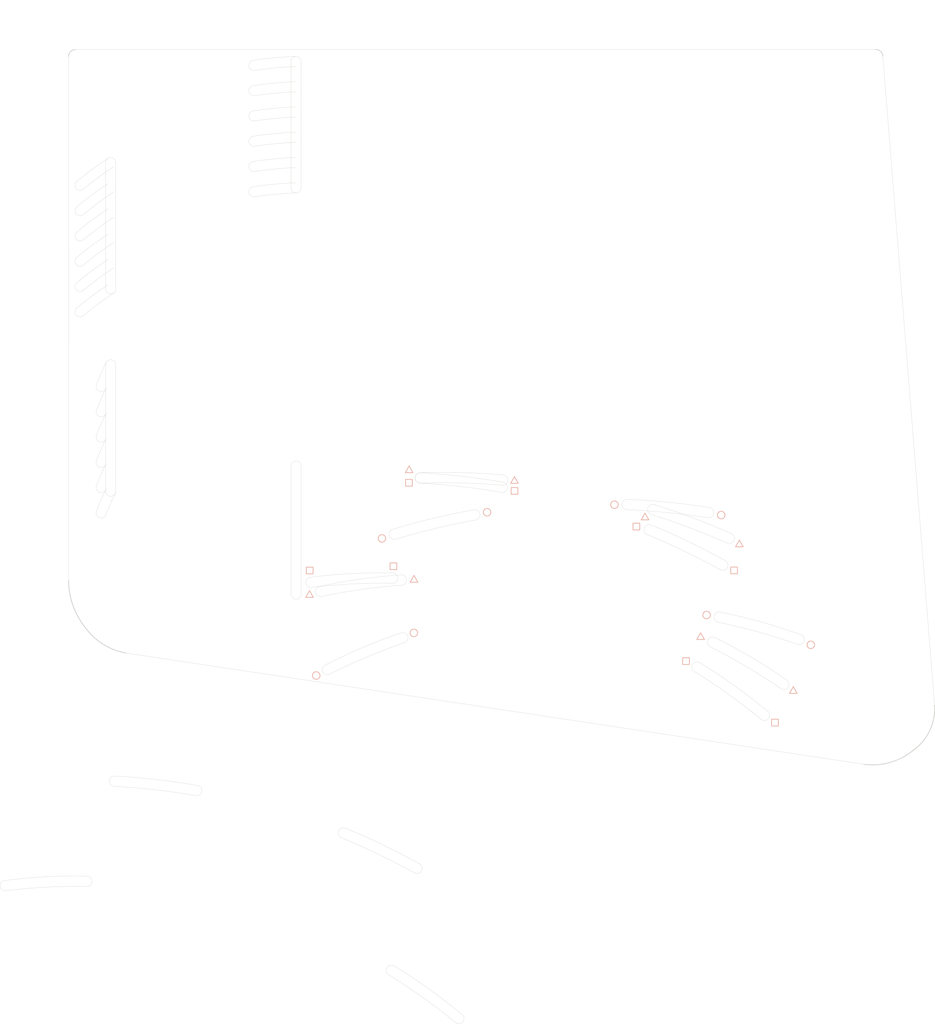
<source format=kicad_pcb>
(kicad_pcb (version 20210228) (generator pcbnew)
  (title_block (rev "1") (company "@e3w2q"))
  (layers (0 "F.Cu" signal) (31 "B.Cu" signal) (34 "B.Paste" user) (35 "F.Paste" user) (36 "B.SilkS" user "B.Silkscreen") (37 "F.SilkS" user "F.Silkscreen") (38 "B.Mask" user) (39 "F.Mask" user) (44 "Edge.Cuts" user))
  (net 0 "")
  (footprint "#footprint:M2_Hole" (layer "F.Cu") (at 123.825 25.0031)
    (fp_text reference "H5" hide)
    (fp_text value "MountingHole" hide)
    (pad "" np_thru_hole circle (at 0 0) (size 1.9 1.9) (drill 1.9) (layers F&B.Cu *.Mask))
  )
  (footprint "#footprint:M2_Hole" (layer "F.Cu") (at 207.9625 27.3844)
    (fp_text reference "H1" hide)
    (fp_text value "MountingHole" hide)
    (pad "" np_thru_hole circle (at 0 0) (size 1.9 1.9) (drill 1.9) (layers F&B.Cu *.Mask))
  )
  (footprint "#footprint:M2_Hole" (layer "F.Cu") (at 161.925 65.4844)
    (fp_text reference "H3" hide)
    (fp_text value "MountingHole" hide)
    (pad "" np_thru_hole circle (at 0 0) (size 1.9 1.9) (drill 1.9) (layers F&B.Cu *.Mask))
  )
  (footprint "#footprint:M2_Hole" (layer "F.Cu") (at 161.925 27.3844)
    (fp_text reference "H6" hide)
    (fp_text value "MountingHole" hide)
    (pad "" np_thru_hole circle (at 0 0) (size 1.9 1.9) (drill 1.9) (layers F&B.Cu *.Mask))
  )
  (footprint "#footprint:M2_Hole" (layer "F.Cu") (at 207.9625 57.9437)
    (fp_text reference "H2" hide)
    (fp_text value "MountingHole" hide)
    (pad "" np_thru_hole circle (at 0 0) (size 1.9 1.9) (drill 1.9) (layers F&B.Cu *.Mask))
  )
  (footprint "#footprint:M2_Hole" (layer "F.Cu") (at 123.825 63.1031)
    (fp_text reference "H4" hide)
    (fp_text value "MountingHole" hide)
    (pad "" np_thru_hole circle (at 0 0) (size 1.9 1.9) (drill 1.9) (layers F&B.Cu *.Mask))
  )
  (gr_line (start 177.125313 113.665) (end 178.554063 113.665) (layer "B.SilkS") (width 0.15))
  (gr_line (start 166.647813 91.1225) (end 168.076563 91.1225) (layer "B.SilkS") (width 0.15))
  (gr_line (start 122.912188 80.9625) (end 122.197813 82.2325) (layer "B.SilkS") (width 0.15))
  (gr_rect (start 183.515 100.0125) (end 184.785 101.2825) (layer "B.SilkS") (width 0.15) (fill none))
  (gr_line (start 195.302188 122.555) (end 194.587813 123.825) (layer "B.SilkS") (width 0.15))
  (gr_line (start 142.756518 82.978938) (end 142.042143 84.248938) (layer "B.SilkS") (width 0.15))
  (gr_line (start 185.142188 94.9325) (end 184.427813 96.2025) (layer "B.SilkS") (width 0.15))
  (gr_line (start 124.539375 102.87) (end 123.825 101.6) (layer "B.SilkS") (width 0.15))
  (gr_rect (start 174.458572 117.093259) (end 175.728572 118.363259) (layer "B.SilkS") (width 0.15) (fill none))
  (gr_line (start 122.197813 82.2325) (end 123.626563 82.2325) (layer "B.SilkS") (width 0.15))
  (gr_circle (center 123.808677 112.419442) (end 124.518629 112.419442) (layer "B.SilkS") (width 0.15) (fill none))
  (gr_rect (start 165.1 91.7575) (end 166.37 93.0275) (layer "B.SilkS") (width 0.15) (fill none))
  (gr_rect (start 119.317445 99.230929) (end 120.587445 100.500929) (layer "B.SilkS") (width 0.15) (fill none))
  (gr_line (start 184.427813 96.2025) (end 185.856563 96.2025) (layer "B.SilkS") (width 0.15))
  (gr_rect (start 142.131377 85.03573) (end 143.401377 86.30573) (layer "B.SilkS") (width 0.15) (fill none))
  (gr_line (start 168.076563 91.1225) (end 167.362188 89.8525) (layer "B.SilkS") (width 0.15))
  (gr_line (start 123.626563 82.2325) (end 122.912188 80.9625) (layer "B.SilkS") (width 0.15))
  (gr_line (start 143.470893 84.248938) (end 142.756518 82.978938) (layer "B.SilkS") (width 0.15))
  (gr_rect (start 122.237582 83.507885) (end 123.507582 84.777885) (layer "B.SilkS") (width 0.15) (fill none))
  (gr_circle (center 117.7925 94.615) (end 118.502452 94.615) (layer "B.SilkS") (width 0.15) (fill none))
  (gr_line (start 104.14 104.4575) (end 103.425625 105.7275) (layer "B.SilkS") (width 0.15))
  (gr_circle (center 181.715805 90.21615) (end 182.425757 90.21615) (layer "B.SilkS") (width 0.15) (fill none))
  (gr_circle (center 178.97221 109.04909) (end 179.682162 109.04909) (layer "B.SilkS") (width 0.15) (fill none))
  (gr_line (start 167.362188 89.8525) (end 166.647813 91.1225) (layer "B.SilkS") (width 0.15))
  (gr_line (start 178.554063 113.665) (end 177.839688 112.395) (layer "B.SilkS") (width 0.15))
  (gr_rect (start 191.217564 128.676777) (end 192.487564 129.946777) (layer "B.SilkS") (width 0.15) (fill none))
  (gr_circle (center 161.6075 88.265) (end 162.317452 88.265) (layer "B.SilkS") (width 0.15) (fill none))
  (gr_circle (center 105.402003 120.446384) (end 106.111955 120.446384) (layer "B.SilkS") (width 0.15) (fill none))
  (gr_circle (center 137.599586 89.689813) (end 138.309538 89.689813) (layer "B.SilkS") (width 0.15) (fill none))
  (gr_line (start 123.825 101.6) (end 123.110625 102.87) (layer "B.SilkS") (width 0.15))
  (gr_line (start 196.016563 123.825) (end 195.302188 122.555) (layer "B.SilkS") (width 0.15))
  (gr_line (start 123.110625 102.87) (end 124.539375 102.87) (layer "B.SilkS") (width 0.15))
  (gr_circle (center 198.607089 114.666033) (end 199.317041 114.666033) (layer "B.SilkS") (width 0.15) (fill none))
  (gr_line (start 177.839688 112.395) (end 177.125313 113.665) (layer "B.SilkS") (width 0.15))
  (gr_line (start 185.856563 96.2025) (end 185.142188 94.9325) (layer "B.SilkS") (width 0.15))
  (gr_rect (start 103.537232 100.028657) (end 104.807232 101.298657) (layer "B.SilkS") (width 0.15) (fill none))
  (gr_line (start 142.042143 84.248938) (end 143.470893 84.248938) (layer "B.SilkS") (width 0.15))
  (gr_line (start 194.587813 123.825) (end 196.016563 123.825) (layer "B.SilkS") (width 0.15))
  (gr_line (start 103.425625 105.7275) (end 104.854375 105.7275) (layer "B.SilkS") (width 0.15))
  (gr_line (start 104.854375 105.7275) (end 104.14 104.4575) (layer "B.SilkS") (width 0.15))
  (gr_arc (start 115.721304 218.187869) (end 189.274407 128.712934) (angle -7.66672271) (layer "Edge.Cuts") (width 0.05))
  (gr_arc (start 104.775 95.25) (end 101.538896 18.098666) (angle -5.979649167) (layer "Edge.Cuts") (width 0.05))
  (gr_arc (start 101.6 4.7625) (end 102.5525 4.7625) (angle -180) (layer "Edge.Cuts") (width 0.05))
  (gr_line (start 65.7225 23.8125) (end 65.7225 47.625) (layer "Edge.Cuts") (width 0.05))
  (gr_arc (start 117.82007 215.265847) (end 140.632303 84.034171) (angle -6.751098225) (layer "Edge.Cuts") (width 0.05))
  (gr_line (start 100.6475 4.7625) (end 100.6475 28.575) (layer "Edge.Cuts") (width 0.05))
  (gr_line (start 58.7375 3.81) (end 58.733747 102.5525) (layer "Edge.Cuts") (width 0.05))
  (gr_arc (start 104.402404 102.901946) (end 104.28 101.95) (angle -176.1132951) (layer "Edge.Cuts") (width 0.05))
  (gr_arc (start 104.775 85.725) (end 65.819675 66.260324) (angle -5.993723408) (layer "Edge.Cuts") (width 0.05))
  (gr_arc (start 127.126451 221.497996) (end 182.783027 95.478511) (angle -6.342811818) (layer "Edge.Cuts") (width 0.05))
  (gr_arc (start 154.656762 210.450325) (end 121.349171 112.42008) (angle -8.598049957) (layer "Edge.Cuts") (width 0.05))
  (gr_arc (start 64.892668 80.283482) (end 64.001858 79.931326) (angle -163.8138365) (layer "Edge.Cuts") (width 0.05))
  (gr_arc (start 168.835777 89.178417) (end 169.110349 88.242628) (angle -177.4650155) (layer "Edge.Cuts") (width 0.05))
  (gr_arc (start 63.005239 268.336179) (end 132.9025 184.3275) (angle -8.269698177) (layer "Edge.Cuts") (width 0.05))
  (gr_arc (start 129.341889 214.824592) (end 121.483776 103.441394) (angle -7.852070538) (layer "Edge.Cuts") (width 0.05))
  (gr_arc (start 104.775 90.4875) (end 101.693263 15.238833) (angle -6.035535618) (layer "Edge.Cuts") (width 0.05))
  (gr_arc (start 104.775 90.4875) (end 101.513047 13.336523) (angle -5.960100374) (layer "Edge.Cuts") (width 0.05))
  (gr_line (start 102.5525 80.9625) (end 102.574209 81.306749) (layer "Edge.Cuts") (width 0.05))
  (gr_line (start 208.5975 137.16) (end 69.5325 116.205) (layer "Edge.Cuts") (width 0.05))
  (gr_arc (start 183.240278 94.617117) (end 182.783027 95.478511) (angle -177.2370691) (layer "Edge.Cuts") (width 0.05))
  (gr_arc (start 104.775 95.25) (end 67.199207 38.896965) (angle -5.99020991) (layer "Edge.Cuts") (width 0.05))
  (gr_arc (start 71.630719 104.370598) (end 61.9125 111.4425) (angle -43.90283148) (layer "Edge.Cuts") (width 0.15))
  (gr_arc (start 62.173583 159.213168) (end 62.1225 160.1875) (angle -183.0647965) (layer "Edge.Cuts") (width 0.05))
  (gr_arc (start 101.6 80.9625) (end 102.5525 80.9625) (angle -180) (layer "Edge.Cuts") (width 0.05))
  (gr_arc (start 104.775 90.4875) (end 67.186343 34.147329) (angle -6.022817538) (layer "Edge.Cuts") (width 0.05))
  (gr_arc (start 157.239599 214.853769) (end 135.419681 91.156699) (angle -7.039742293) (layer "Edge.Cuts") (width 0.05))
  (gr_arc (start 60.21257 272.383347) (end 83.024803 141.151671) (angle -6.751098225) (layer "Edge.Cuts") (width 0.05))
  (gr_arc (start 105.617756 101.275676) (end 67.186343 43.672329) (angle -5.941605596) (layer "Edge.Cuts") (width 0.05))
  (gr_arc (start 118.379163 214.100426) (end 182.59 98.87) (angle -6.797450167) (layer "Edge.Cuts") (width 0.05))
  (gr_arc (start 60.913572 37.632346) (end 60.286715 36.908897) (angle -175.5464086) (layer "Edge.Cuts") (width 0.05))
  (gr_arc (start 124.999806 83.224912) (end 124.967039 82.249546) (angle -180.436406) (layer "Edge.Cuts") (width 0.05))
  (gr_arc (start 104.775 90.4875) (end 65.828333 70.996721) (angle -6.018528017) (layer "Edge.Cuts") (width 0.05))
  (gr_arc (start 157.974828 226.843072) (end 179.118709 90.712615) (angle -6.342811818) (layer "Edge.Cuts") (width 0.05))
  (gr_arc (start 106.199859 104.609867) (end 105.994953 103.672212) (angle -176.1132951) (layer "Edge.Cuts") (width 0.05))
  (gr_arc (start 210.885804 3.83097) (end 212.177903 3.773363) (angle -90.94672177) (layer "Edge.Cuts") (width 0.15))
  (gr_arc (start 101.6 28.575) (end 100.6475 28.575) (angle -180) (layer "Edge.Cuts") (width 0.05))
  (gr_arc (start 58.113804 275.305369) (end 131.666907 185.830434) (angle -7.66672271) (layer "Edge.Cuts") (width 0.05))
  (gr_arc (start 119.56701 175.973039) (end 120.0925 175.1475) (angle -182.1255351) (layer "Edge.Cuts") (width 0.05))
  (gr_arc (start 46.794904 160.019446) (end 46.6725 159.0675) (angle -176.1132951) (layer "Edge.Cuts") (width 0.05))
  (gr_arc (start 124.413087 156.779236) (end 123.8825 157.5975) (angle -177.2370691) (layer "Edge.Cuts") (width 0.05))
  (gr_arc (start 110.537413 150.105797) (end 110.8925 149.1975) (angle -177.4650155) (layer "Edge.Cuts") (width 0.05))
  (gr_arc (start 135.274104 90.192371) (end 135.419681 91.156699) (angle -181.6854553) (layer "Edge.Cuts") (width 0.05))
  (gr_arc (start 104.775 80.9625) (end 65.823122 61.481223) (angle -6.015286516) (layer "Edge.Cuts") (width 0.05))
  (gr_arc (start 177.17451 118.855539) (end 177.7 118.03) (angle -182.1255351) (layer "Edge.Cuts") (width 0.05))
  (gr_arc (start 60.864085 266.768931) (end 82.66696 143.068855) (angle -7.039742293) (layer "Edge.Cuts") (width 0.05))
  (gr_arc (start 82.859982 142.112894) (end 82.66696 143.068855) (angle -181.6854553) (layer "Edge.Cuts") (width 0.05))
  (gr_arc (start 104.775 85.725) (end 66.153537 27.783393) (angle -6.029063969) (layer "Edge.Cuts") (width 0.05))
  (gr_arc (start 193.537251 122.115444) (end 192.998474 122.925554) (angle -178.4043726) (layer "Edge.Cuts") (width 0.05))
  (gr_arc (start 129.519333 209.726928) (end 140.458069 84.597323) (angle -7.039742293) (layer "Edge.Cuts") (width 0.05))
  (gr_arc (start 129.359626 215.376763) (end 140.647457 82.656246) (angle -6.751098225) (layer "Edge.Cuts") (width 0.05))
  (gr_arc (start 180.085492 114.160245) (end 180.537032 113.292048) (angle -182.1255351) (layer "Edge.Cuts") (width 0.05))
  (gr_arc (start 104.775 95.25) (end 66.150856 37.30451) (angle -6.022762496) (layer "Edge.Cuts") (width 0.05))
  (gr_arc (start 104.775 104.782858) (end 67.23291 48.394451) (angle -6.146591726) (layer "Edge.Cuts") (width 0.05))
  (gr_arc (start 158.674396 219.066068) (end 179.601719 88.823487) (angle -6.797450167) (layer "Edge.Cuts") (width 0.05))
  (gr_line (start 102.574209 81.306749) (end 102.574209 105.119249) (layer "Edge.Cuts") (width 0.05))
  (gr_arc (start 182.020587 99.661736) (end 181.49 100.48) (angle -177.2370691) (layer "Edge.Cuts") (width 0.05))
  (gr_arc (start 104.775 95.25) (end 101.636447 20.004549) (angle -5.996357973) (layer "Edge.Cuts") (width 0.05))
  (gr_arc (start 196.400638 113.658518) (end 196.089891 114.58047) (angle -178.4043726) (layer "Edge.Cuts") (width 0.05))
  (gr_arc (start 67.387133 140.35439) (end 67.4395 139.37988) (angle -180.436406) (layer "Edge.Cuts") (width 0.05))
  (gr_arc (start 104.775 104.775) (end 101.526627 27.624024) (angle -5.979155321) (layer "Edge.Cuts") (width 0.05))
  (gr_arc (start 64.889808 70.766402) (end 64.000138 70.434427) (angle -163.4404467) (layer "Edge.Cuts") (width 0.05))
  (gr_line (start 100.6475 80.9625) (end 100.6475 104.775) (layer "Edge.Cuts") (width 0.05))
  (gr_arc (start 140.467482 84.995394) (end 140.27446 85.951355) (angle -181.6854553) (layer "Edge.Cuts") (width 0.05))
  (gr_arc (start 120.13294 93.831944) (end 119.848845 92.898294) (angle -180.436406) (layer "Edge.Cuts") (width 0.05))
  (gr_arc (start 104.775 80.9625) (end 66.144961 23.016511) (angle -6.016319027) (layer "Edge.Cuts") (width 0.05))
  (gr_arc (start 104.775 104.775) (end 66.131496 46.840898) (angle -6.009763429) (layer "Edge.Cuts") (width 0.05))
  (gr_arc (start 127.523517 218.470585) (end 192.998474 122.925554) (angle -7.66672271) (layer "Edge.Cuts") (width 0.05))
  (gr_arc (start 60.909261 32.87579) (end 60.281386 32.160409) (angle -177.7585352) (layer "Edge.Cuts") (width 0.05))
  (gr_arc (start 104.775 95.25) (end 65.824845 75.756507) (angle -5.995267258) (layer "Edge.Cuts") (width 0.05))
  (gr_arc (start 117.55058 204.630164) (end 119.78 101.12) (angle -8.598049957) (layer "Edge.Cuts") (width 0.05))
  (gr_arc (start 115.061892 221.169153) (end 181.49 100.48) (angle -6.342811818) (layer "Edge.Cuts") (width 0.05))
  (gr_arc (start 117.850526 214.714231) (end 119.73 103.07) (angle -7.852070538) (layer "Edge.Cuts") (width 0.05))
  (gr_arc (start 60.007499 3.81) (end 60.0075 2.54) (angle -90) (layer "Edge.Cuts") (width 0.15))
  (gr_arc (start 60.771663 271.217926) (end 124.9825 155.9875) (angle -6.797450167) (layer "Edge.Cuts") (width 0.05))
  (gr_arc (start 104.744468 99.280248) (end 101.637757 24.757401) (angle -6.050487349) (layer "Edge.Cuts") (width 0.05))
  (gr_arc (start 104.775 104.775) (end 67.505514 86.186066) (angle -6.022493696) (layer "Edge.Cuts") (width 0.05))
  (gr_line (start 67.6275 61.9125) (end 67.6275 85.725) (layer "Edge.Cuts") (width 0.05))
  (gr_arc (start 60.909774 42.396397) (end 60.284203 41.676935) (angle -179.06026) (layer "Edge.Cuts") (width 0.05))
  (gr_arc (start 104.775 80.9625) (end 101.68433 5.717765) (angle -6.029827757) (layer "Edge.Cuts") (width 0.05))
  (gr_arc (start 60.909457 47.159763) (end 60.289048 46.434202) (angle -172.5105186) (layer "Edge.Cuts") (width 0.05))
  (gr_arc (start 104.775 80.9625) (end 101.551085 3.81) (angle -5.989827654) (layer "Edge.Cuts") (width 0.05))
  (gr_arc (start 121.683887 113.336538) (end 121.969126 114.269581) (angle -183.0647965) (layer "Edge.Cuts") (width 0.05))
  (gr_arc (start 93.648931 15.037608) (end 93.519641 14.092275) (angle -181.2191407) (layer "Edge.Cuts") (width 0.05))
  (gr_arc (start 120.612739 211.218679) (end 190.51 127.21) (angle -8.269698177) (layer "Edge.Cuts") (width 0.05))
  (gr_arc (start 57.454392 278.286653) (end 123.8825 157.5975) (angle -6.342811818) (layer "Edge.Cuts") (width 0.05))
  (gr_line (start 210.806856 2.54) (end 60.0075 2.54) (layer "Edge.Cuts") (width 0.05))
  (gr_arc (start 104.775 85.725) (end 67.201822 29.371966) (angle -6.009323319) (layer "Edge.Cuts") (width 0.05))
  (gr_arc (start 104.775 85.725) (end 101.532344 8.570212) (angle -5.975853604) (layer "Edge.Cuts") (width 0.05))
  (gr_arc (start 189.881739 127.952864) (end 189.274407 128.712934) (angle -178.4043726) (layer "Edge.Cuts") (width 0.05))
  (gr_arc (start 101.621709 105.119249) (end 100.669209 105.119249) (angle -180) (layer "Edge.Cuts") (width 0.05))
  (gr_arc (start 157.574812 223.816049) (end 196.089891 114.58047) (angle -7.66672271) (layer "Edge.Cuts") (width 0.05))
  (gr_arc (start 93.648198 24.559925) (end 93.52173 23.616107) (angle -181.5409064) (layer "Edge.Cuts") (width 0.05))
  (gr_arc (start 179.337435 89.762227) (end 179.118709 90.712615) (angle -177.2370691) (layer "Edge.Cuts") (width 0.05))
  (gr_arc (start 60.911842 51.922152) (end 60.278298 51.205194) (angle -169.9869939) (layer "Edge.Cuts") (width 0.05))
  (gr_arc (start 124.994633 83.23689) (end 125.047 82.26238) (angle -180.436406) (layer "Edge.Cuts") (width 0.05))
  (gr_arc (start 93.651098 10.272167) (end 93.517432 9.327073) (angle -180.276669) (layer "Edge.Cuts") (width 0.05))
  (gr_line (start 67.6275 23.8125) (end 67.6275 47.625) (layer "Edge.Cuts") (width 0.05))
  (gr_arc (start 131.788934 211.101599) (end 194.098376 121.32065) (angle -8.269698177) (layer "Edge.Cuts") (width 0.05))
  (gr_arc (start 66.675 47.625) (end 65.7225 47.625) (angle -180) (layer "Edge.Cuts") (width 0.05))
  (gr_arc (start 64.893233 85.051498) (end 64.007029 84.693866) (angle -165.4721694) (layer "Edge.Cuts") (width 0.05))
  (gr_arc (start 60.909567 28.107932) (end 60.284314 27.384554) (angle -178.4740068) (layer "Edge.Cuts") (width 0.05))
  (gr_arc (start 158.387573 219.823661) (end 121.969126 114.269581) (angle -7.852070538) (layer "Edge.Cuts") (width 0.05))
  (gr_arc (start 66.675 23.8125) (end 67.6275 23.8125) (angle -180) (layer "Edge.Cuts") (width 0.05))
  (gr_arc (start 104.775 100.0125) (end 66.141745 42.071965) (angle -6.008446333) (layer "Edge.Cuts") (width 0.05))
  (gr_arc (start 104.775 90.4875) (end 66.14436 32.543149) (angle -6.013294936) (layer "Edge.Cuts") (width 0.05))
  (gr_arc (start 64.892038 66.001825) (end 63.996076 65.670403) (angle -163.803946) (layer "Edge.Cuts") (width 0.05))
  (gr_arc (start 104.775 104.775) (end 65.842289 85.267939) (angle -6.028680181) (layer "Edge.Cuts") (width 0.05))
  (gr_arc (start 181.34828 109.455957) (end 181.559727 108.500476) (angle -182.1255351) (layer "Edge.Cuts") (width 0.05))
  (gr_arc (start 104.775 80.9625) (end 67.23101 24.590527) (angle -6.031732194) (layer "Edge.Cuts") (width 0.05))
  (gr_arc (start 159.787656 215.594183) (end 196.736936 112.745576) (angle -8.269698177) (layer "Edge.Cuts") (width 0.05))
  (gr_arc (start 93.654291 5.513656) (end 93.517677 4.567642) (angle -180.3849007) (layer "Edge.Cuts") (width 0.05))
  (gr_arc (start 158.547618 220.352426) (end 135.100228 89.232745) (angle -6.751098225) (layer "Edge.Cuts") (width 0.05))
  (gr_line (start 221.9325 126.0475) (end 212.177903 3.773363) (layer "Edge.Cuts") (width 0.05))
  (gr_arc (start 132.274239 185.070364) (end 131.666907 185.830434) (angle -178.4043726) (layer "Edge.Cuts") (width 0.05))
  (gr_arc (start 64.890075 89.819433) (end 64.008855 89.464781) (angle -178.3747344) (layer "Edge.Cuts") (width 0.05))
  (gr_line (start 65.7225 61.9125) (end 65.7225 85.725) (layer "Edge.Cuts") (width 0.05))
  (gr_arc (start 128.1642 204.80504) (end 121.363632 101.494456) (angle -8.598049957) (layer "Edge.Cuts") (width 0.05))
  (gr_arc (start 104.775 85.725) (end 101.666463 10.475262) (angle -6.021859019) (layer "Edge.Cuts") (width 0.05))
  (gr_arc (start 164.016116 88.237005) (end 164.039132 87.262038) (angle -177.4650155) (layer "Edge.Cuts") (width 0.05))
  (gr_arc (start 60.243026 271.831731) (end 62.1225 160.1875) (angle -7.852070538) (layer "Edge.Cuts") (width 0.05))
  (gr_line (start 102.5525 4.7625) (end 102.5525 28.575) (layer "Edge.Cuts") (width 0.05))
  (gr_arc (start 212.211319 126.646838) (end 217.805 134.62) (angle -58.47587388) (layer "Edge.Cuts") (width 0.15))
  (gr_arc (start 168.144913 92.988297) (end 168.5 92.08) (angle -177.4650155) (layer "Edge.Cuts") (width 0.05))
  (gr_arc (start 119.781083 102.095668) (end 119.73 103.07) (angle -183.0647965) (layer "Edge.Cuts") (width 0.05))
  (gr_arc (start 107.508419 119.354009) (end 107.067811 118.501338) (angle -176.1132951) (layer "Edge.Cuts") (width 0.05))
  (gr_arc (start 64.893388 75.525923) (end 63.999396 75.187714) (angle -163.0554561) (layer "Edge.Cuts") (width 0.05))
  (gr_arc (start 59.94308 261.747664) (end 62.1725 158.2375) (angle -8.598049957) (layer "Edge.Cuts") (width 0.05))
  (gr_arc (start 121.449746 102.466317) (end 121.483776 103.441394) (angle -183.0647965) (layer "Edge.Cuts") (width 0.05))
  (gr_arc (start 72.994379 102.466702) (end 58.733747 102.5525) (angle -38.66112515) (layer "Edge.Cuts") (width 0.15))
  (gr_arc (start 93.650207 29.325046) (end 93.507741 28.382108) (angle -180.0088025) (layer "Edge.Cuts") (width 0.05))
  (gr_arc (start 210.250804 125.194633) (end 208.5975 137.16) (angle -46.57828273) (layer "Edge.Cuts") (width 0.15))
  (gr_arc (start 118.471585 209.651431) (end 140.27446 85.951355) (angle -7.039742293) (layer "Edge.Cuts") (width 0.05))
  (gr_arc (start 140.567039 83.628176) (end 140.458069 84.597323) (angle -181.6854553) (layer "Edge.Cuts") (width 0.05))
  (gr_arc (start 93.650918 19.800608) (end 93.519247 18.855572) (angle -180.6368601) (layer "Edge.Cuts") (width 0.05))
  (gr_arc (start 104.775 100.0125) (end 101.538062 22.859618) (angle -5.977044198) (layer "Edge.Cuts") (width 0.05))
  (gr_arc (start 66.675 85.725) (end 65.7225 85.725) (angle -180) (layer "Edge.Cuts") (width 0.05))
  (gr_line (start 100.6475 104.775) (end 100.669209 105.119249) (layer "Edge.Cuts") (width 0.05))
  (gr_arc (start 104.775 100.0125) (end 65.829497 80.520558) (angle -5.993838503) (layer "Edge.Cuts") (width 0.05))
  (gr_arc (start 66.675 61.9125) (end 67.6275 61.9125) (angle -180) (layer "Edge.Cuts") (width 0.05))
  (gr_arc (start 104.775 104.782858) (end 101.659079 29.5275) (angle -6.013074189) (layer "Edge.Cuts") (width 0.05))
  (gr_arc (start 129.815018 214.167049) (end 183.73852 93.778766) (angle -6.797450167) (layer "Edge.Cuts") (width 0.05))
)
</source>
